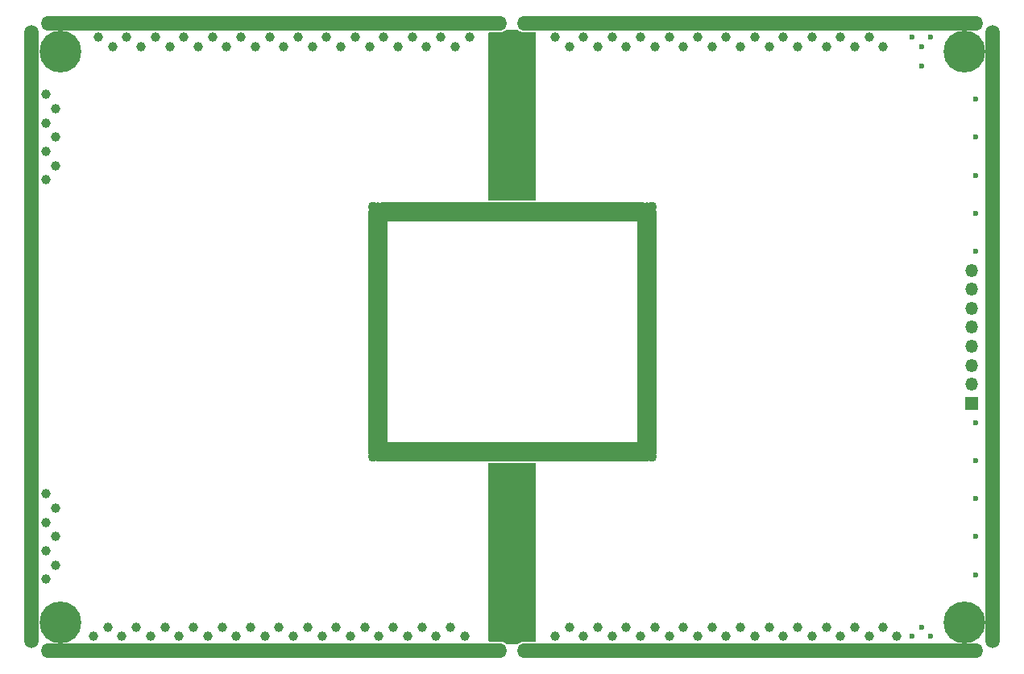
<source format=gbr>
%TF.GenerationSoftware,KiCad,Pcbnew,(5.99.0-10004-g132ec37b56)*%
%TF.CreationDate,2021-06-28T18:31:08+02:00*%
%TF.ProjectId,demo,64656d6f-2e6b-4696-9361-645f70636258,rev?*%
%TF.SameCoordinates,Original*%
%TF.FileFunction,Copper,L3,Inr*%
%TF.FilePolarity,Positive*%
%FSLAX46Y46*%
G04 Gerber Fmt 4.6, Leading zero omitted, Abs format (unit mm)*
G04 Created by KiCad (PCBNEW (5.99.0-10004-g132ec37b56)) date 2021-06-28 18:31:08*
%MOMM*%
%LPD*%
G01*
G04 APERTURE LIST*
%TA.AperFunction,ComponentPad*%
%ADD10C,0.700000*%
%TD*%
%TA.AperFunction,ComponentPad*%
%ADD11C,4.400000*%
%TD*%
%TA.AperFunction,ComponentPad*%
%ADD12C,1.100000*%
%TD*%
%TA.AperFunction,ComponentPad*%
%ADD13O,2.000000X27.200000*%
%TD*%
%TA.AperFunction,ComponentPad*%
%ADD14O,29.300000X2.000000*%
%TD*%
%TA.AperFunction,ComponentPad*%
%ADD15O,30.300000X2.000000*%
%TD*%
%TA.AperFunction,ComponentPad*%
%ADD16O,49.000000X1.524000*%
%TD*%
%TA.AperFunction,ComponentPad*%
%ADD17O,1.524000X65.500000*%
%TD*%
%TA.AperFunction,ComponentPad*%
%ADD18R,1.350000X1.350000*%
%TD*%
%TA.AperFunction,ComponentPad*%
%ADD19O,1.350000X1.350000*%
%TD*%
%TA.AperFunction,ViaPad*%
%ADD20C,0.600000*%
%TD*%
%TA.AperFunction,ViaPad*%
%ADD21C,1.000000*%
%TD*%
G04 APERTURE END LIST*
D10*
%TO.N,GND*%
%TO.C,H10*%
X158416726Y-68716726D03*
X157250000Y-65900000D03*
X158900000Y-67550000D03*
X156083274Y-66383274D03*
X156083274Y-68716726D03*
X155600000Y-67550000D03*
X158416726Y-66383274D03*
X157250000Y-69200000D03*
D11*
X157250000Y-67550000D03*
%TD*%
D10*
%TO.N,GND*%
%TO.C,H9*%
X158416726Y-126383274D03*
D11*
X157250000Y-127550000D03*
D10*
X158900000Y-127550000D03*
X157250000Y-125900000D03*
X157250000Y-129200000D03*
X158416726Y-128716726D03*
X156083274Y-128716726D03*
X155600000Y-127550000D03*
X156083274Y-126383274D03*
%TD*%
D12*
%TO.N,N/C*%
%TO.C,REF\u002A\u002A*%
X219400000Y-83900000D03*
D13*
X190600000Y-97000000D03*
D14*
X204750000Y-84400000D03*
D12*
X190100000Y-83900000D03*
D13*
X218900000Y-97000000D03*
D12*
X190100000Y-110100000D03*
X219400000Y-110100000D03*
D15*
X204750000Y-109600000D03*
%TD*%
D10*
%TO.N,+BATT*%
%TO.C,H7*%
X203583274Y-68716726D03*
X205916726Y-68716726D03*
X203100000Y-67550000D03*
X204750000Y-69200000D03*
D11*
X204750000Y-67550000D03*
D10*
X206400000Y-67550000D03*
X204750000Y-65900000D03*
X203583274Y-66383274D03*
X205916726Y-66383274D03*
%TD*%
%TO.N,+BATT*%
%TO.C,H11*%
X203583274Y-128716726D03*
X205916726Y-128716726D03*
X203583274Y-126383274D03*
X205916726Y-126383274D03*
X206400000Y-127550000D03*
X203100000Y-127550000D03*
X204750000Y-125900000D03*
X204750000Y-129200000D03*
D11*
X204750000Y-127550000D03*
%TD*%
D10*
%TO.N,GND*%
%TO.C,H12*%
X251083274Y-66383274D03*
X252250000Y-65900000D03*
D11*
X252250000Y-67550000D03*
D10*
X252250000Y-69200000D03*
X250600000Y-67550000D03*
X251083274Y-68716726D03*
X253900000Y-67550000D03*
X253416726Y-68716726D03*
X253416726Y-66383274D03*
%TD*%
D16*
%TO.N,N/C*%
%TO.C,REF\u002A\u002A*%
X229750000Y-130550000D03*
X229750000Y-64550000D03*
X179750000Y-130550000D03*
D17*
X154250000Y-97550000D03*
D16*
X179750000Y-64550000D03*
D17*
X255250000Y-97550000D03*
%TD*%
D10*
%TO.N,GND*%
%TO.C,H8*%
X253900000Y-127550000D03*
X253416726Y-126383274D03*
X251083274Y-128716726D03*
X252250000Y-129200000D03*
X252250000Y-125900000D03*
X253416726Y-128716726D03*
X250600000Y-127550000D03*
D11*
X252250000Y-127550000D03*
D10*
X251083274Y-126383274D03*
%TD*%
D18*
%TO.N,GND*%
%TO.C,J5*%
X253050000Y-104550000D03*
D19*
%TO.N,LS_LED_PWM*%
X253050000Y-102550000D03*
%TO.N,+3V3*%
X253050000Y-100550000D03*
%TO.N,LS_LED_NTC*%
X253050000Y-98550000D03*
%TO.N,GND*%
X253050000Y-96550000D03*
%TO.N,LS_WS_SDAT*%
X253050000Y-94550000D03*
%TO.N,LS_WS_LDAT*%
X253050000Y-92550000D03*
%TO.N,LS_WS_POWER*%
X253050000Y-90550000D03*
%TD*%
D20*
%TO.N,GND*%
X248750000Y-129050000D03*
X253450000Y-122550000D03*
X248750000Y-66050000D03*
X247750000Y-67050000D03*
X247750000Y-69050000D03*
X246750000Y-129050000D03*
X247750000Y-128050000D03*
X253450000Y-114550000D03*
X253450000Y-84550000D03*
X253450000Y-110550000D03*
X253450000Y-76550000D03*
X253450000Y-118550000D03*
X253450000Y-106550000D03*
X246750000Y-66050000D03*
X253450000Y-80550000D03*
X253450000Y-72550000D03*
X253450000Y-88550000D03*
D21*
%TO.N,Net-(D10-Pad1)*%
X180250000Y-128050000D03*
X196750000Y-129050000D03*
X168750000Y-67050000D03*
X164250000Y-66050000D03*
X236250000Y-129050000D03*
X221250000Y-66050000D03*
X245200000Y-129050000D03*
X156750000Y-121550000D03*
X225750000Y-128050000D03*
X215250000Y-129050000D03*
X180750000Y-67050000D03*
X177250000Y-128050000D03*
X155750000Y-120050000D03*
X182250000Y-66050000D03*
X156750000Y-118550000D03*
X209250000Y-66050000D03*
X228750000Y-67050000D03*
X155750000Y-78050000D03*
X221250000Y-129050000D03*
X174750000Y-67050000D03*
X160750000Y-129050000D03*
X233250000Y-129050000D03*
X174250000Y-128050000D03*
X230250000Y-129050000D03*
X192750000Y-67050000D03*
X200250000Y-66050000D03*
X194250000Y-66050000D03*
X210750000Y-67050000D03*
X212250000Y-129050000D03*
X168250000Y-128050000D03*
X224250000Y-66050000D03*
X234750000Y-128050000D03*
X162250000Y-128050000D03*
X156750000Y-73550000D03*
X227250000Y-129050000D03*
X156750000Y-79550000D03*
X240750000Y-67050000D03*
X230250000Y-66050000D03*
X178750000Y-129050000D03*
X237750000Y-128050000D03*
X181750000Y-129050000D03*
X155750000Y-75050000D03*
X197250000Y-66050000D03*
X192250000Y-128050000D03*
X155750000Y-72050000D03*
X155750000Y-81050000D03*
X243750000Y-128050000D03*
X179250000Y-66050000D03*
X225750000Y-67050000D03*
X156750000Y-76550000D03*
X242250000Y-66050000D03*
X184750000Y-129050000D03*
X163750000Y-129050000D03*
X189250000Y-128050000D03*
X216750000Y-67050000D03*
X183750000Y-67050000D03*
X155750000Y-114050000D03*
X218250000Y-66050000D03*
X198250000Y-128050000D03*
X185250000Y-66050000D03*
X231750000Y-67050000D03*
X213750000Y-67050000D03*
X176250000Y-66050000D03*
X227250000Y-66050000D03*
X177750000Y-67050000D03*
X189750000Y-67050000D03*
X171750000Y-67050000D03*
X165250000Y-128050000D03*
X199750000Y-129050000D03*
X170250000Y-66050000D03*
X240750000Y-128050000D03*
X166750000Y-129050000D03*
X172750000Y-129050000D03*
X155750000Y-123050000D03*
X190750000Y-129050000D03*
X213750000Y-128050000D03*
X165750000Y-67050000D03*
X228750000Y-128050000D03*
X183250000Y-128050000D03*
X193750000Y-129050000D03*
X212250000Y-66050000D03*
X222750000Y-128050000D03*
X167250000Y-66050000D03*
X175750000Y-129050000D03*
X215250000Y-66050000D03*
X219750000Y-67050000D03*
X171250000Y-128050000D03*
X210750000Y-128050000D03*
X187750000Y-129050000D03*
X198750000Y-67050000D03*
X231750000Y-128050000D03*
X188250000Y-66050000D03*
X224250000Y-129050000D03*
X237750000Y-67050000D03*
X233250000Y-66050000D03*
X173250000Y-66050000D03*
X243750000Y-67050000D03*
X234750000Y-67050000D03*
X236250000Y-66050000D03*
X195250000Y-128050000D03*
X155750000Y-117050000D03*
X242250000Y-129050000D03*
X195750000Y-67050000D03*
X169750000Y-129050000D03*
X162750000Y-67050000D03*
X239250000Y-129050000D03*
X219750000Y-128050000D03*
X218250000Y-129050000D03*
X161250000Y-66050000D03*
X156750000Y-115550000D03*
X222750000Y-67050000D03*
X209250000Y-129050000D03*
X186750000Y-67050000D03*
X216750000Y-128050000D03*
X186250000Y-128050000D03*
X191250000Y-66050000D03*
X239250000Y-66050000D03*
%TD*%
%TA.AperFunction,Conductor*%
%TO.N,+BATT*%
G36*
X207192121Y-110820502D02*
G01*
X207238614Y-110874158D01*
X207250000Y-110926500D01*
X207250000Y-129461500D01*
X207229998Y-129529621D01*
X207176342Y-129576114D01*
X207124000Y-129587500D01*
X205962776Y-129587500D01*
X205892611Y-129594627D01*
X205823806Y-129601616D01*
X205823805Y-129601616D01*
X205817457Y-129602261D01*
X205630861Y-129660737D01*
X205459835Y-129755538D01*
X205454987Y-129759694D01*
X205454986Y-129759694D01*
X205385013Y-129819668D01*
X205320274Y-129848812D01*
X205303016Y-129850000D01*
X204203583Y-129850000D01*
X204135462Y-129829998D01*
X204123330Y-129820934D01*
X204120184Y-129817607D01*
X203960004Y-129705448D01*
X203780543Y-129627788D01*
X203735649Y-129618409D01*
X203593867Y-129588789D01*
X203593862Y-129588788D01*
X203589131Y-129587800D01*
X203583407Y-129587500D01*
X202376000Y-129587500D01*
X202307879Y-129567498D01*
X202261386Y-129513842D01*
X202250000Y-129461500D01*
X202250000Y-110926500D01*
X202270002Y-110858379D01*
X202323658Y-110811886D01*
X202376000Y-110800500D01*
X207124000Y-110800500D01*
X207192121Y-110820502D01*
G37*
%TD.AperFunction*%
%TA.AperFunction,Conductor*%
G36*
X205364538Y-65270002D02*
G01*
X205376670Y-65279066D01*
X205379816Y-65282393D01*
X205539996Y-65394552D01*
X205719457Y-65472212D01*
X205764351Y-65481591D01*
X205906133Y-65511211D01*
X205906138Y-65511212D01*
X205910869Y-65512200D01*
X205916593Y-65512500D01*
X207124000Y-65512500D01*
X207192121Y-65532502D01*
X207238614Y-65586158D01*
X207250000Y-65638500D01*
X207250000Y-83073500D01*
X207229998Y-83141621D01*
X207176342Y-83188114D01*
X207124000Y-83199500D01*
X202376000Y-83199500D01*
X202307879Y-83179498D01*
X202261386Y-83125842D01*
X202250000Y-83073500D01*
X202250000Y-65638500D01*
X202270002Y-65570379D01*
X202323658Y-65523886D01*
X202376000Y-65512500D01*
X203537224Y-65512500D01*
X203607389Y-65505373D01*
X203676194Y-65498384D01*
X203676195Y-65498384D01*
X203682543Y-65497739D01*
X203869139Y-65439263D01*
X204040165Y-65344462D01*
X204114987Y-65280332D01*
X204179726Y-65251188D01*
X204196984Y-65250000D01*
X205296417Y-65250000D01*
X205364538Y-65270002D01*
G37*
%TD.AperFunction*%
%TD*%
M02*

</source>
